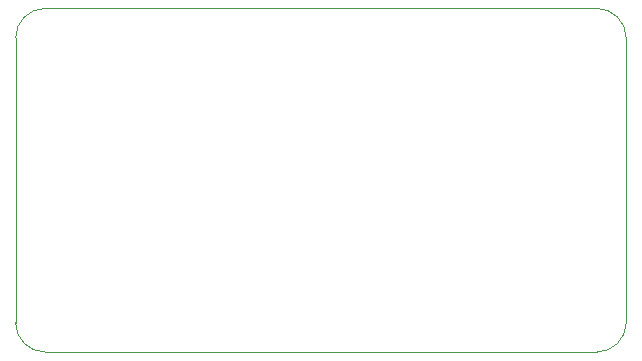
<source format=gbr>
%TF.GenerationSoftware,KiCad,Pcbnew,7.0.1*%
%TF.CreationDate,2023-04-17T02:54:27-04:00*%
%TF.ProjectId,DesktopSensorHub,4465736b-746f-4705-9365-6e736f724875,rev?*%
%TF.SameCoordinates,Original*%
%TF.FileFunction,Profile,NP*%
%FSLAX46Y46*%
G04 Gerber Fmt 4.6, Leading zero omitted, Abs format (unit mm)*
G04 Created by KiCad (PCBNEW 7.0.1) date 2023-04-17 02:54:27*
%MOMM*%
%LPD*%
G01*
G04 APERTURE LIST*
%TA.AperFunction,Profile*%
%ADD10C,0.050000*%
%TD*%
G04 APERTURE END LIST*
D10*
X144000000Y-62850000D02*
X97300000Y-62850000D01*
X144000000Y-91950000D02*
X97300000Y-91950000D01*
X146500000Y-65350000D02*
G75*
G03*
X144000000Y-62850000I-2500000J0D01*
G01*
X94800000Y-65350000D02*
X94800000Y-89450000D01*
X94800000Y-89450000D02*
G75*
G03*
X97300000Y-91950000I2500000J0D01*
G01*
X146500000Y-65350000D02*
X146500000Y-89450000D01*
X144000000Y-91950000D02*
G75*
G03*
X146500000Y-89450000I0J2500000D01*
G01*
X97300000Y-62850000D02*
G75*
G03*
X94800000Y-65350000I0J-2500000D01*
G01*
M02*

</source>
